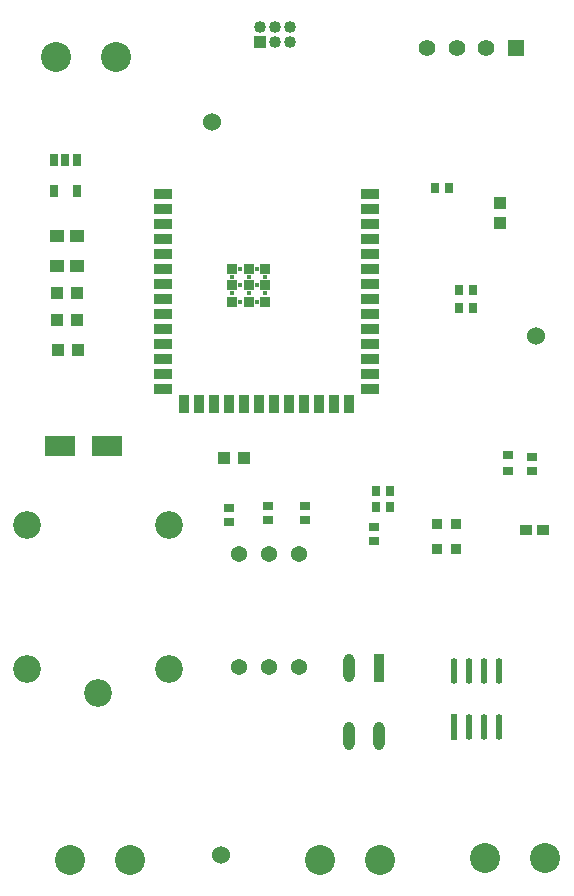
<source format=gbr>
G04*
G04 #@! TF.GenerationSoftware,Altium Limited,Altium Designer,24.4.1 (13)*
G04*
G04 Layer_Color=255*
%FSLAX44Y44*%
%MOMM*%
G71*
G04*
G04 #@! TF.SameCoordinates,35E0C0FB-C19D-4D04-833B-EC0655963EBE*
G04*
G04*
G04 #@! TF.FilePolarity,Positive*
G04*
G01*
G75*
%ADD17R,0.8500X0.7000*%
%ADD18R,1.1000X1.0000*%
%ADD19R,0.9000X0.9000*%
%ADD20R,1.5000X0.9000*%
%ADD21R,0.9000X1.5000*%
%ADD22R,0.8500X0.8500*%
%ADD23R,0.9000X0.7000*%
%ADD24R,0.7000X0.8500*%
%ADD25R,1.0000X1.1000*%
%ADD26R,1.0065X0.9582*%
G04:AMPARAMS|DCode=27|XSize=2.1741mm|YSize=0.5821mm|CornerRadius=0.2911mm|HoleSize=0mm|Usage=FLASHONLY|Rotation=90.000|XOffset=0mm|YOffset=0mm|HoleType=Round|Shape=RoundedRectangle|*
%AMROUNDEDRECTD27*
21,1,2.1741,0.0000,0,0,90.0*
21,1,1.5919,0.5821,0,0,90.0*
1,1,0.5821,0.0000,0.7960*
1,1,0.5821,0.0000,-0.7960*
1,1,0.5821,0.0000,-0.7960*
1,1,0.5821,0.0000,0.7960*
%
%ADD27ROUNDEDRECTD27*%
%ADD28R,0.5821X2.1741*%
G04:AMPARAMS|DCode=29|XSize=2.4033mm|YSize=0.9461mm|CornerRadius=0.473mm|HoleSize=0mm|Usage=FLASHONLY|Rotation=270.000|XOffset=0mm|YOffset=0mm|HoleType=Round|Shape=RoundedRectangle|*
%AMROUNDEDRECTD29*
21,1,2.4033,0.0000,0,0,270.0*
21,1,1.4572,0.9461,0,0,270.0*
1,1,0.9461,0.0000,-0.7286*
1,1,0.9461,0.0000,0.7286*
1,1,0.9461,0.0000,0.7286*
1,1,0.9461,0.0000,-0.7286*
%
%ADD29ROUNDEDRECTD29*%
%ADD30R,0.9461X2.4033*%
%ADD31C,1.3680*%
%ADD32R,2.5000X1.7000*%
G04:AMPARAMS|DCode=33|XSize=1.1mm|YSize=0.6mm|CornerRadius=0.051mm|HoleSize=0mm|Usage=FLASHONLY|Rotation=270.000|XOffset=0mm|YOffset=0mm|HoleType=Round|Shape=RoundedRectangle|*
%AMROUNDEDRECTD33*
21,1,1.1000,0.4980,0,0,270.0*
21,1,0.9980,0.6000,0,0,270.0*
1,1,0.1020,-0.2490,-0.4990*
1,1,0.1020,-0.2490,0.4990*
1,1,0.1020,0.2490,0.4990*
1,1,0.1020,0.2490,-0.4990*
%
%ADD33ROUNDEDRECTD33*%
%ADD34R,1.2065X1.0582*%
%ADD46C,2.5400*%
%ADD47R,1.4000X1.4000*%
%ADD48C,1.4000*%
%ADD51C,2.3400*%
%ADD55C,1.5240*%
%ADD56C,0.4000*%
%ADD57C,1.0160*%
%ADD58R,1.0160X1.0160*%
D17*
X262890Y349600D02*
D03*
Y361600D02*
D03*
X454660Y403510D02*
D03*
Y391510D02*
D03*
X321310Y343820D02*
D03*
Y331820D02*
D03*
X198120Y348330D02*
D03*
Y360330D02*
D03*
X231140Y349600D02*
D03*
Y361600D02*
D03*
D18*
X69460Y519430D02*
D03*
X52460D02*
D03*
X193820Y402590D02*
D03*
X210820D02*
D03*
X53730Y494030D02*
D03*
X70730D02*
D03*
X69460Y542290D02*
D03*
X52460D02*
D03*
D19*
X214870Y548710D02*
D03*
X200870D02*
D03*
X228870D02*
D03*
X200870Y534710D02*
D03*
X214870D02*
D03*
X228870D02*
D03*
X200870Y562710D02*
D03*
X214870D02*
D03*
X228870D02*
D03*
D20*
X142370Y625910D02*
D03*
Y613210D02*
D03*
Y600510D02*
D03*
Y587810D02*
D03*
Y575110D02*
D03*
Y562410D02*
D03*
Y549710D02*
D03*
Y537010D02*
D03*
Y524310D02*
D03*
Y511610D02*
D03*
Y498910D02*
D03*
Y486210D02*
D03*
Y473510D02*
D03*
Y460810D02*
D03*
X317370D02*
D03*
Y473510D02*
D03*
Y486210D02*
D03*
Y498910D02*
D03*
Y511610D02*
D03*
Y524310D02*
D03*
Y537010D02*
D03*
Y549710D02*
D03*
Y562410D02*
D03*
Y575110D02*
D03*
Y587810D02*
D03*
Y600510D02*
D03*
Y613210D02*
D03*
Y625910D02*
D03*
D21*
X160020Y448310D02*
D03*
X172720D02*
D03*
X185420D02*
D03*
X198120D02*
D03*
X210820D02*
D03*
X223520D02*
D03*
X236220D02*
D03*
X248920D02*
D03*
X261620D02*
D03*
X274320D02*
D03*
X287020D02*
D03*
X299720D02*
D03*
D22*
X374520Y325120D02*
D03*
X390020D02*
D03*
X374520Y346710D02*
D03*
X390020D02*
D03*
D23*
X434340Y391130D02*
D03*
Y405130D02*
D03*
D24*
X404780Y529590D02*
D03*
X392780D02*
D03*
X404780Y544830D02*
D03*
X392780D02*
D03*
X322930Y360680D02*
D03*
X334930D02*
D03*
X372460Y631190D02*
D03*
X384460D02*
D03*
X322930Y374650D02*
D03*
X334930D02*
D03*
D25*
X427301Y601300D02*
D03*
Y618300D02*
D03*
D26*
X464458Y341630D02*
D03*
X449941D02*
D03*
D27*
X388620Y221781D02*
D03*
X401320D02*
D03*
X414020D02*
D03*
X426720D02*
D03*
Y174459D02*
D03*
X414020D02*
D03*
X401320D02*
D03*
D28*
X388620D02*
D03*
D29*
X325120Y167076D02*
D03*
X299720D02*
D03*
Y224084D02*
D03*
D30*
X325120D02*
D03*
D31*
X207010Y320650D02*
D03*
X232410D02*
D03*
X257810D02*
D03*
Y225450D02*
D03*
X232410D02*
D03*
X207010D02*
D03*
D32*
X94930Y412750D02*
D03*
X54930D02*
D03*
D33*
X69190Y628350D02*
D03*
X50190D02*
D03*
Y654350D02*
D03*
X59690D02*
D03*
X69190D02*
D03*
D34*
X52702Y590550D02*
D03*
X69219D02*
D03*
X52702Y565150D02*
D03*
X69219D02*
D03*
D46*
X275590Y62230D02*
D03*
X326390D02*
D03*
X102870Y741680D02*
D03*
X52070D02*
D03*
X63500Y62230D02*
D03*
X114300D02*
D03*
X466090Y63500D02*
D03*
X415290D02*
D03*
D47*
X441160Y749300D02*
D03*
D48*
X416160D02*
D03*
X391160D02*
D03*
X366160D02*
D03*
D51*
X147630Y345320D02*
D03*
X27630D02*
D03*
Y223320D02*
D03*
X147630D02*
D03*
X87630Y203320D02*
D03*
D55*
X184150Y687070D02*
D03*
X191770Y66040D02*
D03*
X458470Y505460D02*
D03*
D56*
X214870Y555710D02*
D03*
X200870D02*
D03*
X228870D02*
D03*
X200870Y541710D02*
D03*
X214870D02*
D03*
X228870D02*
D03*
X207870Y562710D02*
D03*
X221870D02*
D03*
X207870Y548710D02*
D03*
X221870D02*
D03*
X207870Y534710D02*
D03*
X221870D02*
D03*
D57*
X250095Y754475D02*
D03*
Y767175D02*
D03*
X237395D02*
D03*
X224695D02*
D03*
X237395Y754475D02*
D03*
D58*
X224695D02*
D03*
M02*

</source>
